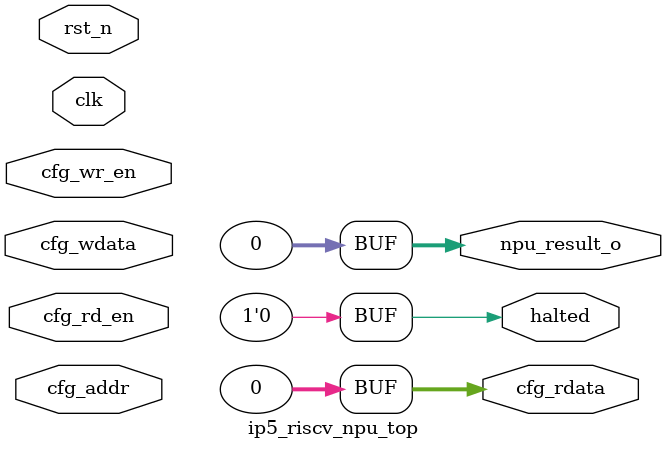
<source format=sv>

module P65_1233_PBMUX (
    output logic C,
    input  logic A,
    inout  logic PAD,
    input  logic IE,
    input  logic CS,
    input  logic I,
    input  logic OE,
    input  logic OD,
    input  logic PU,
    input  logic PD,
    input  logic DS0,
    input  logic DS1
);
    // Bidirectional pad behavior
    assign C = PAD;
    assign PAD = OE ? I : 1'bz;
endmodule

// Stub for P65_1233_PWE  
module P65_1233_PWE (
    input  logic E,
    input  logic XIN,
    output logic XOUT,
    output logic XC
);
    assign XOUT = XIN;
    assign XC = XIN;
endmodule

// Stub for ip0_digi_top
module ip0_digi_top (
    input  logic TEST_PIN,
    input  logic sys_clk_i,
    input  logic sys_por_n_i,
    input  logic jtag_jtrstn,
    input  logic jtag_jtck,
    input  logic jtag_jtms,
    input  logic jtag_jtdi,
    input  logic uart_rx,
    input  logic spi_miso,
    input  logic int_n_i,
    input  logic sram_wait,
    output logic jtag_jtdo,
    output logic uart_tx,
    output logic spi_mcsn,
    output logic spi_mclk,
    output logic spi_mosi,
    output logic sram_csn,
    output logic sram_wen,
    output logic sram_oen,
    input  logic [3:0] sram_ben_i,
    output logic [3:0] sram_ben_o,
    output logic [3:0] sram_ben_oe,
    input  logic [21:0] sram_addr_i,
    output logic [21:0] sram_addr_o,
    output logic [21:0] sram_addr_oe,
    input  logic [31:0] sram_data_i,
    output logic [31:0] sram_data_o,
    output logic [31:0] sram_data_oe,
    input  logic [7:0] gpios_i,
    output logic [7:0] gpios_o,
    output logic [7:0] gpios_oe,
    output logic [7:0] gpios_pu,
    output logic [7:0] gpios_pd
);
    // Stub implementation
    assign jtag_jtdo = 1'b0;
    assign uart_tx = 1'b1;
    assign spi_mcsn = 1'b1;
    assign spi_mclk = 1'b0;
    assign spi_mosi = 1'b0;
    assign sram_csn = 1'b1;
    assign sram_wen = 1'b1;
    assign sram_oen = 1'b1;
    assign sram_ben_o = 4'b0;
    assign sram_ben_oe = 4'b0;
    assign sram_addr_o = 22'b0;
    assign sram_addr_oe = 22'b0;
    assign sram_data_o = 32'b0;
    assign sram_data_oe = 32'b0;
    assign gpios_o = 8'b0;
    assign gpios_oe = 8'b0;
    assign gpios_pu = 8'b0;
    assign gpios_pd = 8'b0;
endmodule

// Stub for ip1_SimpleEdgeAiSoC
module ip1_SimpleEdgeAiSoC (
    input  logic clock,
    input  logic reset,
    input  logic io_uart_rx,
    output logic io_uart_tx,
    output logic io_lcd_spi_clk,
    output logic io_lcd_spi_mosi,
    output logic io_lcd_spi_cs,
    output logic io_lcd_spi_dc,
    output logic io_lcd_spi_rst,
    output logic io_lcd_backlight,
    output logic [31:0] io_gpio_out,
    input  logic [31:0] io_gpio_in,
    output logic io_trap,
    output logic io_compact_irq,
    output logic io_bitnet_irq,
    output logic io_uart_tx_irq,
    output logic io_uart_rx_irq
);
    // Stub implementation
    assign io_uart_tx = 1'b1;
    assign io_lcd_spi_clk = 1'b0;
    assign io_lcd_spi_mosi = 1'b0;
    assign io_lcd_spi_cs = 1'b1;
    assign io_lcd_spi_dc = 1'b0;
    assign io_lcd_spi_rst = 1'b0;
    assign io_lcd_backlight = 1'b0;
    assign io_gpio_out = 32'b0;
    assign io_trap = 1'b0;
    assign io_compact_irq = 1'b0;
    assign io_bitnet_irq = 1'b0;
    assign io_uart_tx_irq = 1'b0;
    assign io_uart_rx_irq = 1'b0;
endmodule

// Stub for ip2_TJUT_TOP
module ip2_TJUT_TOP (
    input  logic clk,
    input  logic rstn,
    input  logic instload,
    input  logic breakpoint,
    input  logic invalid,
    input  logic uart_rxd,
    output logic uart_txd,
    output logic [7:0] gpio1_dir,
    output logic [7:0] gpio2_dir,
    output logic [7:0] gpio1_out,
    output logic [7:0] gpio2_out,
    input  logic [7:0] gpio1_in,
    input  logic [7:0] gpio2_in
);
    // Stub implementation
    assign uart_txd = 1'b1;
    assign gpio1_dir = 8'b0;
    assign gpio2_dir = 8'b0;
    assign gpio1_out = 8'b0;
    assign gpio2_out = 8'b0;
endmodule

// Stub for ysyxSoCASIC
module ysyxSoCASIC (
    input  logic clock,
    input  logic reset,
    input  logic clock_half,
    input  logic oldIPClock,
    input  logic oldIPReset,
    input  logic uart0_rx,
    output logic uart0_tx,
    output logic spi_sck,
    output logic spi_ss,
    output logic spi_mosi,
    input  logic spi_miso,
    output logic [3:0] core_sel,
    output logic core_irq
);
    // Stub implementation
    assign uart0_tx = 1'b1;
    assign spi_sck = 1'b0;
    assign spi_ss = 1'b1;
    assign spi_mosi = 1'b0;
    assign core_sel = 4'b0;
    assign core_irq = 1'b0;
endmodule

// Stub for ip5_riscv_npu_top
module ip5_riscv_npu_top (
    input  logic clk,
    input  logic rst_n,
    input  logic [15:0] cfg_addr,
    input  logic cfg_wr_en,
    input  logic cfg_rd_en,
    input  logic [31:0] cfg_wdata,
    output logic [31:0] cfg_rdata,
    output logic halted,
    output logic [31:0] npu_result_o
);
    // Stub implementation
    assign cfg_rdata = 32'b0;
    assign halted = 1'b0;
    assign npu_result_o = 32'b0;
endmodule
</source>
